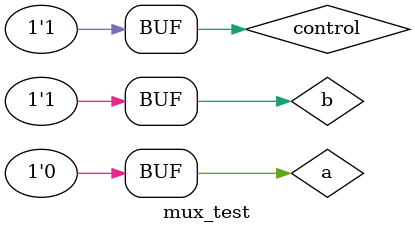
<source format=v>
`timescale 1ns / 1ps

module mux_test;

	reg [0:0] a;
	reg [0:0] b;
	reg control;
	wire [0:0] out;

	mux uut (
		.a(a), 
		.b(b), 
		.control(control), 
		.out(out)
	);

	initial begin
		a = 0;
		b = 1;
		control = 0;

		#100;
		control = 1;
	end
      
endmodule


</source>
